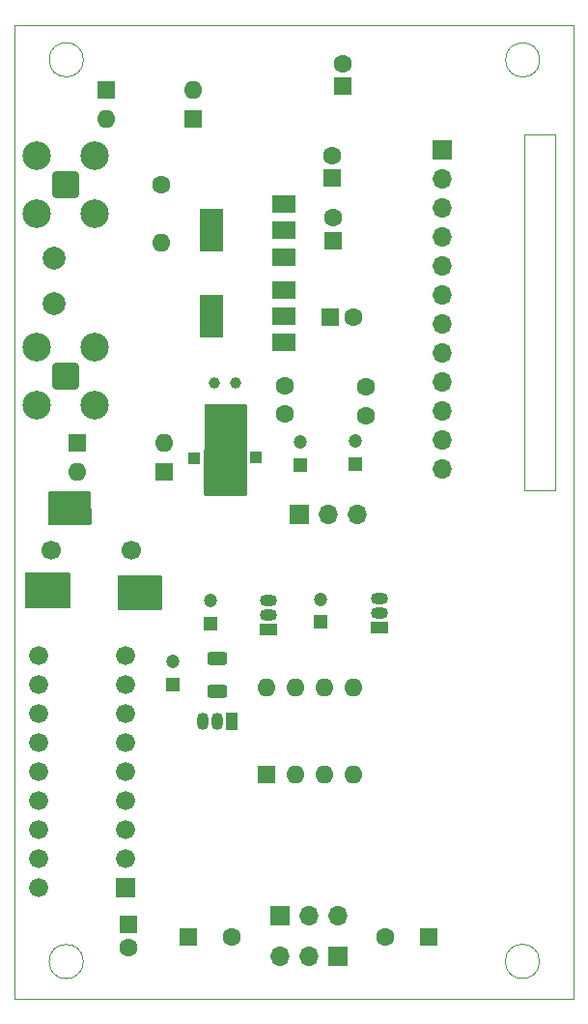
<source format=gbr>
%TF.GenerationSoftware,KiCad,Pcbnew,7.0.1*%
%TF.CreationDate,2023-11-03T16:30:39+00:00*%
%TF.ProjectId,SI4735,53493437-3335-42e6-9b69-6361645f7063,rev?*%
%TF.SameCoordinates,Original*%
%TF.FileFunction,Soldermask,Top*%
%TF.FilePolarity,Negative*%
%FSLAX45Y45*%
G04 Gerber Fmt 4.5, Leading zero omitted, Abs format (unit mm)*
G04 Created by KiCad (PCBNEW 7.0.1) date 2023-11-03 16:30:39*
%MOMM*%
%LPD*%
G01*
G04 APERTURE LIST*
G04 Aperture macros list*
%AMRoundRect*
0 Rectangle with rounded corners*
0 $1 Rounding radius*
0 $2 $3 $4 $5 $6 $7 $8 $9 X,Y pos of 4 corners*
0 Add a 4 corners polygon primitive as box body*
4,1,4,$2,$3,$4,$5,$6,$7,$8,$9,$2,$3,0*
0 Add four circle primitives for the rounded corners*
1,1,$1+$1,$2,$3*
1,1,$1+$1,$4,$5*
1,1,$1+$1,$6,$7*
1,1,$1+$1,$8,$9*
0 Add four rect primitives between the rounded corners*
20,1,$1+$1,$2,$3,$4,$5,0*
20,1,$1+$1,$4,$5,$6,$7,0*
20,1,$1+$1,$6,$7,$8,$9,0*
20,1,$1+$1,$8,$9,$2,$3,0*%
G04 Aperture macros list end*
%ADD10C,1.600000*%
%ADD11O,1.600000X1.600000*%
%ADD12R,1.600000X1.600000*%
%ADD13R,1.500000X1.050000*%
%ADD14O,1.500000X1.050000*%
%ADD15R,1.700000X1.700000*%
%ADD16O,1.700000X1.700000*%
%ADD17RoundRect,0.200100X0.949900X-0.949900X0.949900X0.949900X-0.949900X0.949900X-0.949900X-0.949900X0*%
%ADD18C,2.500000*%
%ADD19C,1.700000*%
%ADD20R,2.200000X2.800000*%
%ADD21R,2.800000X2.800000*%
%ADD22R,1.200000X1.200000*%
%ADD23C,1.200000*%
%ADD24R,2.000000X1.500000*%
%ADD25R,2.000000X3.800000*%
%ADD26R,1.050000X1.500000*%
%ADD27O,1.050000X1.500000*%
%ADD28C,2.000000*%
%ADD29C,1.000000*%
%ADD30R,1.000000X1.000000*%
%ADD31RoundRect,0.250000X-0.625000X0.312500X-0.625000X-0.312500X0.625000X-0.312500X0.625000X0.312500X0*%
%ADD32R,1.676400X1.676400*%
%ADD33C,1.676400*%
%TA.AperFunction,Profile*%
%ADD34C,0.050000*%
%TD*%
%TA.AperFunction,Profile*%
%ADD35C,0.100000*%
%TD*%
G04 APERTURE END LIST*
D10*
%TO.C,L1*%
X13782500Y-9232500D03*
D11*
X13782500Y-9740500D03*
%TD*%
D12*
%TO.C,C7*%
X15266989Y-10400000D03*
D10*
X15466989Y-10400000D03*
%TD*%
D13*
%TO.C,Q3*%
X14721250Y-13134000D03*
D14*
X14721250Y-13007000D03*
X14721250Y-12880000D03*
%TD*%
D15*
%TO.C,J4*%
X14829800Y-15636210D03*
D16*
X15083800Y-15636210D03*
X15337800Y-15636210D03*
%TD*%
D12*
%TO.C,D4*%
X13807500Y-11751500D03*
D11*
X13045500Y-11751500D03*
%TD*%
D13*
%TO.C,Q2*%
X15695000Y-13116260D03*
D14*
X15695000Y-12989260D03*
X15695000Y-12862260D03*
%TD*%
D17*
%TO.C,J3*%
X12949000Y-9234000D03*
D18*
X12695000Y-9488000D03*
X13203000Y-9488000D03*
X12695000Y-8980000D03*
X13203000Y-8980000D03*
%TD*%
D15*
%TO.C,J2*%
X15337300Y-15993710D03*
D16*
X15083300Y-15993710D03*
X14829300Y-15993710D03*
%TD*%
D12*
%TO.C,U4*%
X14705480Y-14397100D03*
D11*
X14959480Y-14397100D03*
X15213480Y-14397100D03*
X15467480Y-14397100D03*
X15467480Y-13635100D03*
X15213480Y-13635100D03*
X14959480Y-13635100D03*
X14705480Y-13635100D03*
%TD*%
D10*
%TO.C,C21*%
X14865000Y-10995000D03*
X14865000Y-11245000D03*
%TD*%
D15*
%TO.C,J1*%
X16250920Y-8933180D03*
D16*
X16250920Y-9187180D03*
X16250920Y-9441180D03*
X16250920Y-9695180D03*
X16250920Y-9949180D03*
X16250920Y-10203180D03*
X16250920Y-10457180D03*
X16250920Y-10711180D03*
X16250920Y-10965180D03*
X16250920Y-11219180D03*
X16250920Y-11473180D03*
X16250920Y-11727180D03*
%TD*%
D12*
%TO.C,C16*%
X13495000Y-15715000D03*
D10*
X13495000Y-15915000D03*
%TD*%
D19*
%TO.C,J10*%
X12820000Y-12437500D03*
X13520000Y-12437500D03*
D20*
X12910000Y-12067500D03*
X12710000Y-12807500D03*
D21*
X13650000Y-12807500D03*
%TD*%
D12*
%TO.C,C1*%
X15377500Y-8375000D03*
D10*
X15377500Y-8175000D03*
%TD*%
D22*
%TO.C,C20*%
X14212500Y-13080000D03*
D23*
X14212500Y-12880000D03*
%TD*%
D22*
%TO.C,C18*%
X15487500Y-11680000D03*
D23*
X15487500Y-11480000D03*
%TD*%
D12*
%TO.C,C11*%
X16132500Y-15820000D03*
D10*
X15752500Y-15820000D03*
%TD*%
D12*
%TO.C,C12*%
X14025000Y-15819700D03*
D10*
X14405000Y-15819700D03*
%TD*%
D22*
%TO.C,C19*%
X15182500Y-13064760D03*
D23*
X15182500Y-12864760D03*
%TD*%
D22*
%TO.C,C14*%
X13887500Y-13612120D03*
D23*
X13887500Y-13412120D03*
%TD*%
D12*
%TO.C,C8*%
X15290000Y-9727000D03*
D10*
X15290000Y-9527000D03*
%TD*%
D15*
%TO.C,J7*%
X14992000Y-12120000D03*
D16*
X15246000Y-12120000D03*
X15500000Y-12120000D03*
%TD*%
D24*
%TO.C,U1*%
X14857500Y-10620000D03*
X14857500Y-10390000D03*
D25*
X14227500Y-10390000D03*
D24*
X14857500Y-10160000D03*
%TD*%
D12*
%TO.C,D3*%
X13044500Y-11499000D03*
D11*
X13806500Y-11499000D03*
%TD*%
D26*
%TO.C,Q1*%
X14400580Y-13937240D03*
D27*
X14273580Y-13937240D03*
X14146580Y-13937240D03*
%TD*%
D28*
%TO.C,L2*%
X12847500Y-10280000D03*
X12847500Y-9880000D03*
%TD*%
D10*
%TO.C,C17*%
X15582500Y-11007500D03*
X15582500Y-11257500D03*
%TD*%
D12*
%TO.C,C5*%
X15287000Y-9179511D03*
D10*
X15287000Y-8979511D03*
%TD*%
D29*
%TO.C,Y1*%
X14250000Y-10975000D03*
X14440000Y-10975000D03*
%TD*%
D12*
%TO.C,D1*%
X14064500Y-8660000D03*
D11*
X13302500Y-8660000D03*
%TD*%
D30*
%TO.C,J8*%
X14075000Y-11634000D03*
%TD*%
%TO.C,J9*%
X14617500Y-11625000D03*
%TD*%
D31*
%TO.C,R14*%
X14273580Y-13380580D03*
X14273580Y-13673080D03*
%TD*%
D12*
%TO.C,D2*%
X13304000Y-8410000D03*
D11*
X14066000Y-8410000D03*
%TD*%
D17*
%TO.C,J5*%
X12948500Y-10911000D03*
D18*
X12694500Y-11165000D03*
X13202500Y-11165000D03*
X12694500Y-10657000D03*
X13202500Y-10657000D03*
%TD*%
D32*
%TO.C,U5*%
X13474500Y-15392000D03*
D33*
X13474500Y-15138000D03*
X13474500Y-14884000D03*
X13474500Y-14630000D03*
X13474500Y-14376000D03*
X13474500Y-14122000D03*
X13474500Y-13868000D03*
X13474500Y-13614000D03*
X13474500Y-13360000D03*
X12712500Y-13360000D03*
X12712500Y-13614000D03*
X12712500Y-13868000D03*
X12712500Y-14122000D03*
X12712500Y-14376000D03*
X12712500Y-14630000D03*
X12712500Y-14884000D03*
X12712500Y-15138000D03*
X12712500Y-15392000D03*
%TD*%
D24*
%TO.C,U2*%
X14857500Y-9867500D03*
X14857500Y-9637500D03*
D25*
X14227500Y-9637500D03*
D24*
X14857500Y-9407500D03*
%TD*%
D22*
%TO.C,C22*%
X15007500Y-11689760D03*
D23*
X15007500Y-11489760D03*
%TD*%
G36*
X12976657Y-12631407D02*
G01*
X12982846Y-12633069D01*
X12987379Y-12637599D01*
X12989044Y-12643787D01*
X12989505Y-12933969D01*
X12987845Y-12940186D01*
X12983293Y-12944735D01*
X12977074Y-12946389D01*
X12599913Y-12945451D01*
X12593720Y-12943776D01*
X12589193Y-12939231D01*
X12587543Y-12933032D01*
X12587981Y-12643394D01*
X12589651Y-12637198D01*
X12594194Y-12632667D01*
X12600394Y-12631013D01*
X12976657Y-12631407D01*
G37*
G36*
X13164315Y-11925658D02*
G01*
X13168853Y-11930188D01*
X13170521Y-11936379D01*
X13170979Y-12204595D01*
X13169327Y-12210799D01*
X13164794Y-12215346D01*
X13158595Y-12217016D01*
X12805996Y-12217470D01*
X12799784Y-12215811D01*
X12795238Y-12211264D01*
X12793580Y-12205052D01*
X12793981Y-11936381D01*
X12795649Y-11930189D01*
X12800187Y-11925658D01*
X12806381Y-11924000D01*
X13158121Y-11924000D01*
X13164315Y-11925658D01*
G37*
G36*
X13783800Y-12655097D02*
G01*
X13788347Y-12659645D01*
X13790004Y-12665859D01*
X13789545Y-12949040D01*
X13787877Y-12955232D01*
X13783339Y-12959762D01*
X13777145Y-12961420D01*
X13411984Y-12961420D01*
X13405767Y-12959749D01*
X13401226Y-12955186D01*
X13399584Y-12948960D01*
X13400941Y-12666322D01*
X13402619Y-12660153D01*
X13407147Y-12655639D01*
X13413322Y-12653982D01*
X13777586Y-12653438D01*
X13783800Y-12655097D01*
G37*
G36*
X14525144Y-11156418D02*
G01*
X14531320Y-11158113D01*
X14535827Y-11162664D01*
X14537462Y-11168856D01*
X14535038Y-11949138D01*
X14533364Y-11955322D01*
X14528827Y-11959845D01*
X14522638Y-11961500D01*
X14172438Y-11961500D01*
X14166227Y-11959832D01*
X14161687Y-11955278D01*
X14160038Y-11949062D01*
X14162461Y-11166444D01*
X14164149Y-11160237D01*
X14168720Y-11155710D01*
X14174944Y-11154083D01*
X14525144Y-11156418D01*
G37*
D34*
X17104000Y-8143000D02*
G75*
G03*
X17104000Y-8143000I-150000J0D01*
G01*
X13102000Y-8142000D02*
G75*
G03*
X13102000Y-8142000I-150000J0D01*
G01*
X13101000Y-16038000D02*
G75*
G03*
X13101000Y-16038000I-150000J0D01*
G01*
X16965500Y-8793000D02*
X17237000Y-8793000D01*
X17237000Y-11913000D01*
X16965500Y-11913000D01*
X16965500Y-8793000D01*
X17101000Y-16037000D02*
G75*
G03*
X17101000Y-16037000I-150000J0D01*
G01*
X12496500Y-7836500D02*
X17404000Y-7836500D01*
X17404000Y-16369000D01*
X12496500Y-16369000D01*
X12496500Y-7836500D01*
D35*
%TO.C,J3*%
X12499000Y-8804000D02*
X12499000Y-9664000D01*
%TO.C,J5*%
X12498500Y-10481000D02*
X12498500Y-11341000D01*
%TD*%
M02*

</source>
